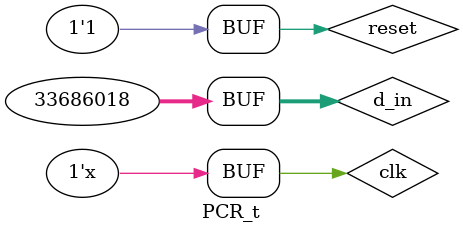
<source format=v>
`timescale 1ns / 1ps


module PCR_t;

	// Inputs
	reg [31:0] d_in;
	reg clk;
	reg reset;

	// Outputs
	wire [31:0] d_out;

	// Instantiate the Unit Under Test (UUT)
	PCR uut (
		.d_in(d_in), 
		.d_out(d_out), 
		.clk(clk), 
		.reset(reset)
	);

	initial begin
		// Initialize Inputs
		d_in = 0;
		clk = 0;
		reset = 0;

		// Wait 100 ns for global reset to finish
		#100;
		reset = 1;
      d_in = 32'h01010101;
		#100;
		d_in = 32'h02020202;
		// Add stimulus here

	end
always #25 clk = ~clk;      
endmodule


</source>
